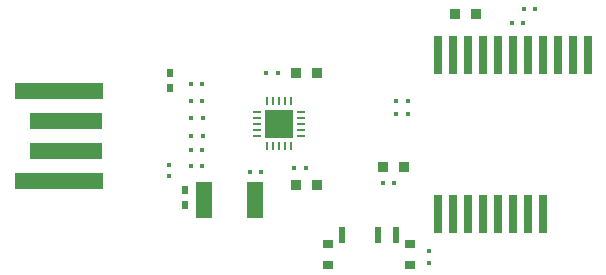
<source format=gtp>
G04 EasyPC Gerber Version 20.0.2 Build 4112 *
G04 #@! TF.Part,Single*
G04 #@! TF.FileFunction,Paste,Top *
%FSLAX24Y24*%
%MOIN*%
G04 #@! TA.AperFunction,SMDPad*
%ADD100R,0.00600X0.02600*%
%ADD94R,0.01800X0.01800*%
%ADD101R,0.02600X0.00600*%
%ADD104R,0.01600X0.01400*%
%ADD93R,0.01800X0.01800*%
%ADD96R,0.02156X0.05306*%
%ADD105R,0.02200X0.02900*%
%ADD92R,0.02600X0.12600*%
%ADD97R,0.03337X0.02550*%
%ADD95R,0.03691X0.03337*%
%ADD103R,0.05400X0.12200*%
%ADD102R,0.09400X0.09400*%
%ADD99R,0.24400X0.05700*%
%ADD98R,0.29400X0.05700*%
X0Y0D02*
D02*
D92*
X14575Y2025D03*
Y7305D03*
X15075Y2025D03*
Y7305D03*
X15575Y2025D03*
Y7305D03*
X16075Y2025D03*
Y7305D03*
X16575Y2025D03*
Y7305D03*
X17075Y2025D03*
Y7305D03*
X17575Y2025D03*
Y7305D03*
X18075Y2025D03*
Y7305D03*
X18575D03*
X19075D03*
X19575D03*
D02*
D93*
X6325Y3625D03*
Y4135D03*
Y5785D03*
Y6335D03*
X6335Y4615D03*
Y5215D03*
X6715Y3625D03*
Y4135D03*
Y5785D03*
Y6335D03*
X6725Y4615D03*
Y5215D03*
X8835Y6715D03*
X9225D03*
X9785Y3565D03*
X10175D03*
X12725Y3035D03*
X13115D03*
X13175Y5785D03*
X13185Y5365D03*
X13565Y5785D03*
X13575Y5365D03*
X17025Y8385D03*
X17415D03*
X17425Y8835D03*
X17815D03*
D02*
D94*
X5615Y3275D03*
Y3665D03*
X14285Y385D03*
Y775D03*
D02*
D95*
X9825Y2975D03*
Y6725D03*
X10525Y2975D03*
Y6725D03*
X12725Y3575D03*
X13425D03*
X15125Y8675D03*
X15825D03*
D02*
D96*
X11389Y1314D03*
X12570D03*
X13161D03*
D02*
D97*
X10897Y330D03*
Y1019D03*
X13653Y330D03*
Y1019D03*
D02*
D98*
X1925Y3125D03*
Y6125D03*
D02*
D99*
X2175Y4125D03*
Y5125D03*
D02*
D100*
X8881Y4278D03*
Y5772D03*
X9078Y4278D03*
Y5772D03*
X9275Y4278D03*
Y5772D03*
X9472Y4278D03*
Y5772D03*
X9669Y4278D03*
Y5772D03*
D02*
D101*
X8528Y4631D03*
Y4828D03*
Y5025D03*
Y5222D03*
Y5419D03*
X10022Y4631D03*
Y4828D03*
Y5025D03*
Y5222D03*
Y5419D03*
D02*
D102*
X9275Y5025D03*
D02*
D103*
X6775Y2475D03*
X8475D03*
D02*
D104*
X8295Y3425D03*
X8675D03*
D02*
D105*
X5625Y6220D03*
Y6730D03*
X6125Y2320D03*
Y2830D03*
X0Y0D02*
M02*

</source>
